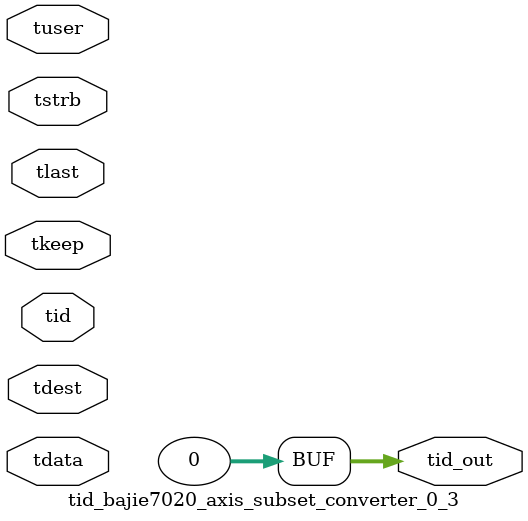
<source format=v>


`timescale 1ps/1ps

module tid_bajie7020_axis_subset_converter_0_3 #
(
parameter C_S_AXIS_TID_WIDTH   = 1,
parameter C_S_AXIS_TUSER_WIDTH = 0,
parameter C_S_AXIS_TDATA_WIDTH = 0,
parameter C_S_AXIS_TDEST_WIDTH = 0,
parameter C_M_AXIS_TID_WIDTH   = 32
)
(
input  [(C_S_AXIS_TID_WIDTH   == 0 ? 1 : C_S_AXIS_TID_WIDTH)-1:0       ] tid,
input  [(C_S_AXIS_TDATA_WIDTH == 0 ? 1 : C_S_AXIS_TDATA_WIDTH)-1:0     ] tdata,
input  [(C_S_AXIS_TUSER_WIDTH == 0 ? 1 : C_S_AXIS_TUSER_WIDTH)-1:0     ] tuser,
input  [(C_S_AXIS_TDEST_WIDTH == 0 ? 1 : C_S_AXIS_TDEST_WIDTH)-1:0     ] tdest,
input  [(C_S_AXIS_TDATA_WIDTH/8)-1:0 ] tkeep,
input  [(C_S_AXIS_TDATA_WIDTH/8)-1:0 ] tstrb,
input                                                                    tlast,
output [(C_M_AXIS_TID_WIDTH   == 0 ? 1 : C_M_AXIS_TID_WIDTH)-1:0       ] tid_out
);

assign tid_out = {1'b0};

endmodule


</source>
